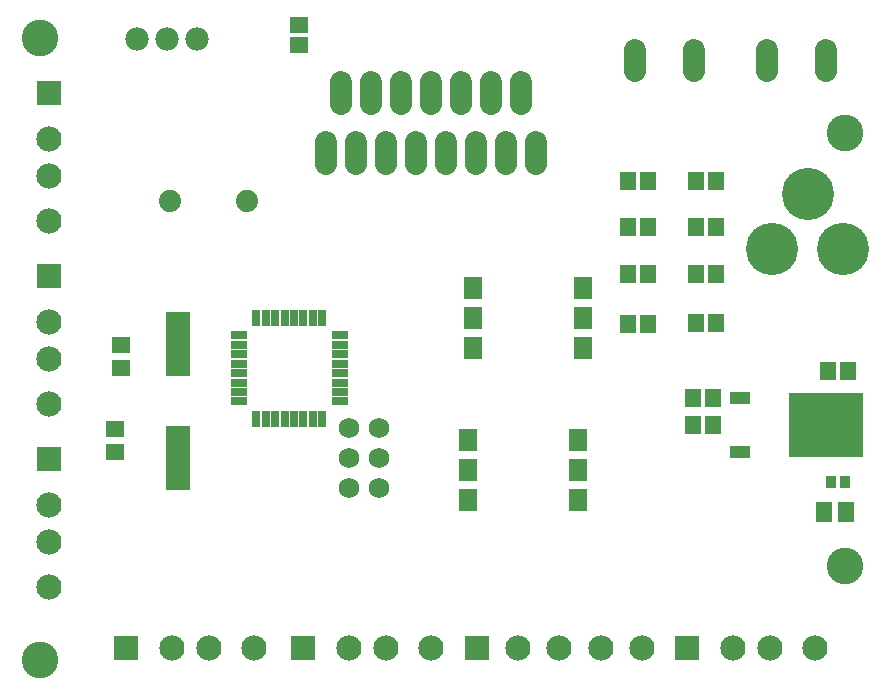
<source format=gts>
G75*
%MOIN*%
%OFA0B0*%
%FSLAX25Y25*%
%IPPOS*%
%LPD*%
%AMOC8*
5,1,8,0,0,1.08239X$1,22.5*
%
%ADD10C,0.12211*%
%ADD11R,0.06306X0.05518*%
%ADD12R,0.05518X0.06306*%
%ADD13C,0.07487*%
%ADD14R,0.24809X0.21660*%
%ADD15R,0.06699X0.04337*%
%ADD16C,0.06800*%
%ADD17R,0.08400X0.08400*%
%ADD18C,0.08400*%
%ADD19C,0.17400*%
%ADD20R,0.06384X0.07408*%
%ADD21R,0.03746X0.03943*%
%ADD22R,0.05518X0.06699*%
%ADD23C,0.07800*%
%ADD24C,0.07400*%
%ADD25R,0.05400X0.02600*%
%ADD26R,0.02600X0.05400*%
%ADD27R,0.08000X0.21400*%
%ADD28C,0.07450*%
D10*
X0038248Y0032248D03*
X0038248Y0239500D03*
X0306752Y0208004D03*
X0306752Y0063744D03*
D11*
X0124618Y0237350D03*
X0124618Y0244043D03*
X0065500Y0137240D03*
X0065500Y0129760D03*
X0063500Y0109240D03*
X0063500Y0101760D03*
D12*
X0234382Y0144343D03*
X0241075Y0144343D03*
X0256933Y0144563D03*
X0263626Y0144563D03*
X0263626Y0160902D03*
X0256933Y0160902D03*
X0241075Y0160902D03*
X0234382Y0160902D03*
X0234382Y0176461D03*
X0241075Y0176461D03*
X0256933Y0176461D03*
X0263626Y0176461D03*
X0263626Y0192020D03*
X0256933Y0192020D03*
X0241075Y0192020D03*
X0234382Y0192020D03*
X0301154Y0128500D03*
X0307846Y0128500D03*
X0262846Y0119500D03*
X0256154Y0119500D03*
X0256154Y0110500D03*
X0262846Y0110500D03*
D13*
X0203657Y0197736D02*
X0203657Y0204823D01*
X0193657Y0204823D02*
X0193657Y0197736D01*
X0183657Y0197736D02*
X0183657Y0204823D01*
X0173657Y0204823D02*
X0173657Y0197736D01*
X0163657Y0197736D02*
X0163657Y0204823D01*
X0153657Y0204823D02*
X0153657Y0197736D01*
X0143657Y0197736D02*
X0143657Y0204823D01*
X0133657Y0204823D02*
X0133657Y0197736D01*
X0138657Y0217736D02*
X0138657Y0224823D01*
X0148657Y0224823D02*
X0148657Y0217736D01*
X0158657Y0217736D02*
X0158657Y0224823D01*
X0168657Y0224823D02*
X0168657Y0217736D01*
X0178657Y0217736D02*
X0178657Y0224823D01*
X0188657Y0224823D02*
X0188657Y0217736D01*
X0198657Y0217736D02*
X0198657Y0224823D01*
D14*
X0300343Y0110500D03*
D15*
X0271602Y0101524D03*
X0271602Y0119476D03*
D16*
X0151500Y0109500D03*
X0141500Y0109500D03*
X0141500Y0099500D03*
X0141500Y0089500D03*
X0151500Y0089500D03*
X0151500Y0099500D03*
D17*
X0126131Y0036185D03*
X0183917Y0036185D03*
X0254083Y0036185D03*
X0067076Y0036185D03*
X0041500Y0099200D03*
X0041500Y0160200D03*
X0041500Y0221200D03*
D18*
X0041500Y0206020D03*
X0041500Y0193641D03*
X0041500Y0178461D03*
X0041500Y0145020D03*
X0041500Y0132641D03*
X0041500Y0117461D03*
X0041500Y0084020D03*
X0041500Y0071641D03*
X0041500Y0056461D03*
X0082255Y0036185D03*
X0094635Y0036185D03*
X0109814Y0036185D03*
X0141310Y0036185D03*
X0153690Y0036185D03*
X0168869Y0036185D03*
X0197697Y0036185D03*
X0211476Y0036185D03*
X0225256Y0036185D03*
X0239035Y0036185D03*
X0269263Y0036185D03*
X0281643Y0036185D03*
X0296822Y0036185D03*
D19*
X0306059Y0169217D03*
X0294248Y0187720D03*
X0282437Y0169217D03*
D20*
X0219472Y0156437D03*
X0219472Y0146437D03*
X0219472Y0136437D03*
X0182898Y0136437D03*
X0182898Y0146437D03*
X0182898Y0156437D03*
X0181213Y0105500D03*
X0181213Y0095500D03*
X0181213Y0085500D03*
X0217787Y0085500D03*
X0217787Y0095500D03*
X0217787Y0105500D03*
D21*
X0302217Y0091500D03*
X0306783Y0091500D03*
D22*
X0307240Y0081500D03*
X0299760Y0081500D03*
D23*
X0090815Y0239185D03*
X0080815Y0239185D03*
X0070815Y0239185D03*
D24*
X0081705Y0185437D03*
X0107295Y0185437D03*
D25*
X0104600Y0140524D03*
X0104600Y0137374D03*
X0104600Y0134224D03*
X0104600Y0131075D03*
X0104600Y0127925D03*
X0104600Y0124776D03*
X0104600Y0121626D03*
X0104600Y0118476D03*
X0138400Y0118476D03*
X0138400Y0121626D03*
X0138400Y0124776D03*
X0138400Y0127925D03*
X0138400Y0131075D03*
X0138400Y0134224D03*
X0138400Y0137374D03*
X0138400Y0140524D03*
D26*
X0132524Y0146400D03*
X0129374Y0146400D03*
X0126224Y0146400D03*
X0123075Y0146400D03*
X0119925Y0146400D03*
X0116776Y0146400D03*
X0113626Y0146400D03*
X0110476Y0146400D03*
X0110476Y0112600D03*
X0113626Y0112600D03*
X0116776Y0112600D03*
X0119925Y0112600D03*
X0123075Y0112600D03*
X0126224Y0112600D03*
X0129374Y0112600D03*
X0132524Y0112600D03*
D27*
X0084500Y0099500D03*
X0084500Y0137500D03*
D28*
X0236720Y0228597D02*
X0236720Y0235647D01*
X0256406Y0235647D02*
X0256406Y0228597D01*
X0280657Y0228597D02*
X0280657Y0235647D01*
X0300343Y0235647D02*
X0300343Y0228597D01*
M02*

</source>
